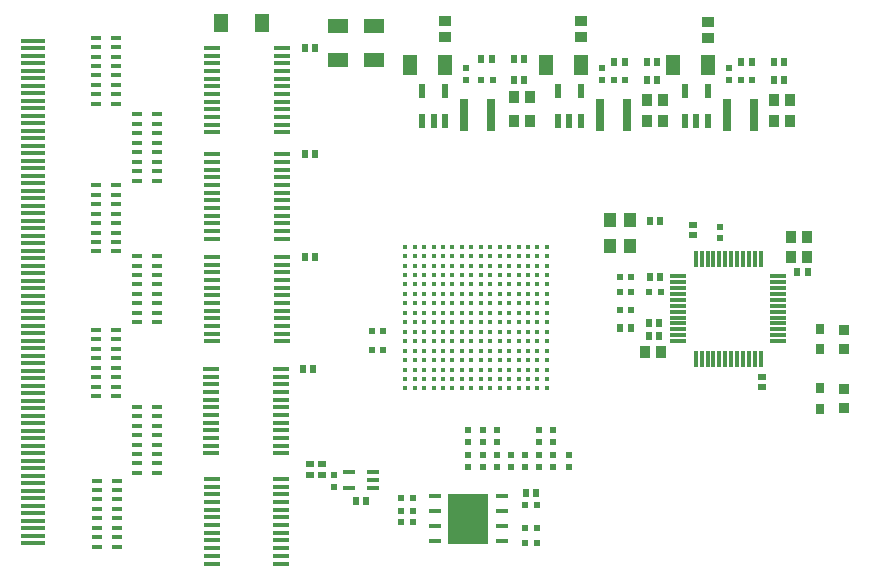
<source format=gtp>
G04*
G04 #@! TF.GenerationSoftware,Altium Limited,Altium Designer,24.4.1 (13)*
G04*
G04 Layer_Color=8421504*
%FSLAX44Y44*%
%MOMM*%
G71*
G04*
G04 #@! TF.SameCoordinates,6542FF27-95F4-46AC-8F84-F2986E28DBEB*
G04*
G04*
G04 #@! TF.FilePolarity,Positive*
G04*
G01*
G75*
%ADD16R,0.5000X0.6000*%
%ADD17R,0.9000X1.0000*%
%ADD18R,1.4750X0.3000*%
%ADD19R,0.3000X1.4750*%
%ADD20R,0.6000X0.6400*%
%ADD21R,0.6000X0.5000*%
%ADD22R,1.4750X0.4500*%
%ADD23R,1.0500X0.4000*%
%ADD24R,0.6400X0.6000*%
%ADD25R,0.9000X0.4500*%
%ADD26R,0.6000X1.1500*%
%ADD27R,0.8000X2.7000*%
%ADD28R,1.0500X0.4500*%
%ADD29R,3.4500X4.3500*%
%ADD30R,1.2500X1.6500*%
%ADD31R,1.0000X0.9000*%
%ADD32C,0.4200*%
%ADD33R,1.8000X1.3000*%
%ADD34R,1.3000X1.8000*%
%ADD35R,0.8000X0.9000*%
%ADD36R,0.9500X0.9000*%
%ADD37R,2.0000X0.3800*%
%ADD38R,1.1000X1.3000*%
D16*
X525000Y296000D02*
D03*
X535000D02*
D03*
X710000Y470000D02*
D03*
X720000D02*
D03*
X710000Y482500D02*
D03*
X720000D02*
D03*
X710000Y455000D02*
D03*
X720000D02*
D03*
X510000Y421000D02*
D03*
X500000D02*
D03*
X640000Y290000D02*
D03*
X630000D02*
D03*
X535000Y275000D02*
D03*
X525000D02*
D03*
X630000Y258000D02*
D03*
X640000D02*
D03*
X535000Y285000D02*
D03*
X525000D02*
D03*
X735000Y470000D02*
D03*
X745000D02*
D03*
X500000Y437500D02*
D03*
X510000D02*
D03*
X630000Y270000D02*
D03*
X640000D02*
D03*
X812500Y650000D02*
D03*
X822500D02*
D03*
X705000D02*
D03*
X715000D02*
D03*
X592500D02*
D03*
X602500D02*
D03*
D17*
X744750Y419000D02*
D03*
X731250D02*
D03*
X854250Y615000D02*
D03*
X840750D02*
D03*
X634250Y635000D02*
D03*
X620750D02*
D03*
X854250Y632500D02*
D03*
X840750D02*
D03*
X733250Y615000D02*
D03*
X746750D02*
D03*
X868750Y500000D02*
D03*
X855250D02*
D03*
X868750Y517000D02*
D03*
X855250D02*
D03*
X733250Y632500D02*
D03*
X746750D02*
D03*
X634250Y615000D02*
D03*
X620750D02*
D03*
D18*
X759620Y483500D02*
D03*
Y478500D02*
D03*
Y473500D02*
D03*
Y468500D02*
D03*
Y463500D02*
D03*
Y458500D02*
D03*
Y453500D02*
D03*
Y448500D02*
D03*
Y443500D02*
D03*
Y438500D02*
D03*
Y433500D02*
D03*
Y428500D02*
D03*
X844380D02*
D03*
Y433500D02*
D03*
Y438500D02*
D03*
Y443500D02*
D03*
Y448500D02*
D03*
Y453500D02*
D03*
Y458500D02*
D03*
Y463500D02*
D03*
Y468500D02*
D03*
Y473500D02*
D03*
Y478500D02*
D03*
Y483500D02*
D03*
D19*
X774500Y413620D02*
D03*
X779500D02*
D03*
X784500D02*
D03*
X789500D02*
D03*
X794500D02*
D03*
X799500D02*
D03*
X804500D02*
D03*
X809500D02*
D03*
X814500D02*
D03*
X819500D02*
D03*
X824500D02*
D03*
X829500D02*
D03*
Y498380D02*
D03*
X824500D02*
D03*
X819500D02*
D03*
X814500D02*
D03*
X809500D02*
D03*
X804500D02*
D03*
X799500D02*
D03*
X794500D02*
D03*
X789500D02*
D03*
X784500D02*
D03*
X779500D02*
D03*
X774500D02*
D03*
D20*
X495400Y293000D02*
D03*
X486600D02*
D03*
X719400Y440000D02*
D03*
X710600D02*
D03*
X639400Y300000D02*
D03*
X630600D02*
D03*
X593100Y667500D02*
D03*
X601900D02*
D03*
X620600Y650000D02*
D03*
X629400D02*
D03*
Y667500D02*
D03*
X620600D02*
D03*
X734600Y444000D02*
D03*
X743400D02*
D03*
X452400Y500000D02*
D03*
X443600D02*
D03*
X450400Y405000D02*
D03*
X441600D02*
D03*
X714400Y665000D02*
D03*
X705600D02*
D03*
X744400Y530000D02*
D03*
X735600D02*
D03*
X741900Y665000D02*
D03*
X733100D02*
D03*
X741900Y650000D02*
D03*
X733100D02*
D03*
X743400Y433000D02*
D03*
X734600D02*
D03*
X840600Y665000D02*
D03*
X849400D02*
D03*
X840600Y650000D02*
D03*
X849400D02*
D03*
X821900Y665000D02*
D03*
X813100D02*
D03*
X860600Y487000D02*
D03*
X869400D02*
D03*
X744400Y482500D02*
D03*
X735600D02*
D03*
X443600Y587000D02*
D03*
X452400D02*
D03*
X443600Y677000D02*
D03*
X452400D02*
D03*
D21*
X468000Y305000D02*
D03*
Y315000D02*
D03*
X695000Y660000D02*
D03*
Y650000D02*
D03*
X802500Y660000D02*
D03*
Y650000D02*
D03*
X642000Y332000D02*
D03*
Y322000D02*
D03*
X618000D02*
D03*
Y332000D02*
D03*
X630000Y322000D02*
D03*
Y332000D02*
D03*
X606000D02*
D03*
Y322000D02*
D03*
X594000Y332000D02*
D03*
Y322000D02*
D03*
X582000Y332000D02*
D03*
Y322000D02*
D03*
X594000Y343000D02*
D03*
Y353000D02*
D03*
X582000D02*
D03*
Y343000D02*
D03*
X606000Y353000D02*
D03*
Y343000D02*
D03*
X642000Y353000D02*
D03*
Y343000D02*
D03*
X654000Y353000D02*
D03*
Y343000D02*
D03*
Y332000D02*
D03*
Y322000D02*
D03*
X667000D02*
D03*
Y332000D02*
D03*
X795000Y515500D02*
D03*
Y525500D02*
D03*
X580000Y650000D02*
D03*
Y660000D02*
D03*
D22*
X423380Y311750D02*
D03*
Y305250D02*
D03*
Y298750D02*
D03*
Y292250D02*
D03*
Y285750D02*
D03*
Y279250D02*
D03*
Y272750D02*
D03*
Y266250D02*
D03*
Y259750D02*
D03*
Y253250D02*
D03*
Y246750D02*
D03*
Y240250D02*
D03*
X364620D02*
D03*
Y246750D02*
D03*
Y253250D02*
D03*
Y259750D02*
D03*
Y266250D02*
D03*
Y272750D02*
D03*
Y279250D02*
D03*
Y285750D02*
D03*
Y292250D02*
D03*
Y298750D02*
D03*
Y305250D02*
D03*
Y311750D02*
D03*
X423000Y405000D02*
D03*
Y398500D02*
D03*
Y392000D02*
D03*
Y385500D02*
D03*
Y379000D02*
D03*
Y372500D02*
D03*
Y366000D02*
D03*
Y359500D02*
D03*
Y353000D02*
D03*
Y346500D02*
D03*
Y340000D02*
D03*
Y333500D02*
D03*
X364240D02*
D03*
Y340000D02*
D03*
Y346500D02*
D03*
Y353000D02*
D03*
Y359500D02*
D03*
Y366000D02*
D03*
Y372500D02*
D03*
Y379000D02*
D03*
Y385500D02*
D03*
Y392000D02*
D03*
Y398500D02*
D03*
Y405000D02*
D03*
X423880Y676750D02*
D03*
Y670250D02*
D03*
Y663750D02*
D03*
Y657250D02*
D03*
Y650750D02*
D03*
Y644250D02*
D03*
Y637750D02*
D03*
Y631250D02*
D03*
Y624750D02*
D03*
Y618250D02*
D03*
Y611750D02*
D03*
Y605250D02*
D03*
X365120D02*
D03*
Y611750D02*
D03*
Y618250D02*
D03*
Y624750D02*
D03*
Y631250D02*
D03*
Y637750D02*
D03*
Y644250D02*
D03*
Y650750D02*
D03*
Y657250D02*
D03*
Y663750D02*
D03*
Y670250D02*
D03*
Y676750D02*
D03*
X423880Y499750D02*
D03*
Y493250D02*
D03*
Y486750D02*
D03*
Y480250D02*
D03*
Y473750D02*
D03*
Y467250D02*
D03*
Y460750D02*
D03*
Y454250D02*
D03*
Y447750D02*
D03*
Y441250D02*
D03*
Y434750D02*
D03*
Y428250D02*
D03*
X365120D02*
D03*
Y434750D02*
D03*
Y441250D02*
D03*
Y447750D02*
D03*
Y454250D02*
D03*
Y460750D02*
D03*
Y467250D02*
D03*
Y473750D02*
D03*
Y480250D02*
D03*
Y486750D02*
D03*
Y493250D02*
D03*
Y499750D02*
D03*
X365120Y586750D02*
D03*
Y580250D02*
D03*
Y573750D02*
D03*
Y567250D02*
D03*
Y560750D02*
D03*
Y554250D02*
D03*
Y547750D02*
D03*
Y541250D02*
D03*
Y534750D02*
D03*
Y528250D02*
D03*
Y521750D02*
D03*
Y515250D02*
D03*
X423880D02*
D03*
Y521750D02*
D03*
Y528250D02*
D03*
Y534750D02*
D03*
Y541250D02*
D03*
Y547750D02*
D03*
Y554250D02*
D03*
Y560750D02*
D03*
Y567250D02*
D03*
Y573750D02*
D03*
Y580250D02*
D03*
Y586750D02*
D03*
D23*
X501000Y304500D02*
D03*
Y311000D02*
D03*
Y317500D02*
D03*
X481000D02*
D03*
Y304500D02*
D03*
D24*
X458000Y315600D02*
D03*
Y324400D02*
D03*
X448000Y324400D02*
D03*
Y315600D02*
D03*
X772500Y518100D02*
D03*
Y526900D02*
D03*
X831000Y398400D02*
D03*
Y389600D02*
D03*
D25*
X301500Y444500D02*
D03*
Y452500D02*
D03*
Y468500D02*
D03*
Y460500D02*
D03*
Y484500D02*
D03*
Y500500D02*
D03*
Y492500D02*
D03*
Y476500D02*
D03*
X318500D02*
D03*
Y492500D02*
D03*
Y500500D02*
D03*
Y484500D02*
D03*
Y460500D02*
D03*
Y468500D02*
D03*
Y452500D02*
D03*
Y444500D02*
D03*
X266500Y382000D02*
D03*
Y390000D02*
D03*
Y406000D02*
D03*
Y398000D02*
D03*
Y422000D02*
D03*
Y438000D02*
D03*
Y430000D02*
D03*
Y414000D02*
D03*
X283500D02*
D03*
Y430000D02*
D03*
Y438000D02*
D03*
Y422000D02*
D03*
Y398000D02*
D03*
Y406000D02*
D03*
Y390000D02*
D03*
Y382000D02*
D03*
X301500Y317000D02*
D03*
Y325000D02*
D03*
Y341000D02*
D03*
Y333000D02*
D03*
Y357000D02*
D03*
Y373000D02*
D03*
Y365000D02*
D03*
Y349000D02*
D03*
X318500D02*
D03*
Y365000D02*
D03*
Y373000D02*
D03*
Y357000D02*
D03*
Y333000D02*
D03*
Y341000D02*
D03*
Y325000D02*
D03*
Y317000D02*
D03*
X301500Y564500D02*
D03*
Y572500D02*
D03*
Y588500D02*
D03*
Y580500D02*
D03*
Y604500D02*
D03*
Y620500D02*
D03*
Y612500D02*
D03*
Y596500D02*
D03*
X318500D02*
D03*
Y612500D02*
D03*
Y620500D02*
D03*
Y604500D02*
D03*
Y580500D02*
D03*
Y588500D02*
D03*
Y572500D02*
D03*
Y564500D02*
D03*
X284500Y254500D02*
D03*
Y262500D02*
D03*
Y278500D02*
D03*
Y270500D02*
D03*
Y294500D02*
D03*
Y310500D02*
D03*
Y302500D02*
D03*
Y286500D02*
D03*
X267500D02*
D03*
Y302500D02*
D03*
Y310500D02*
D03*
Y294500D02*
D03*
Y270500D02*
D03*
Y278500D02*
D03*
Y262500D02*
D03*
Y254500D02*
D03*
X283500Y504500D02*
D03*
Y512500D02*
D03*
Y528500D02*
D03*
Y520500D02*
D03*
Y544500D02*
D03*
Y560500D02*
D03*
Y552500D02*
D03*
Y536500D02*
D03*
X266500D02*
D03*
Y552500D02*
D03*
Y560500D02*
D03*
Y544500D02*
D03*
Y520500D02*
D03*
Y528500D02*
D03*
Y512500D02*
D03*
Y504500D02*
D03*
X283500Y629500D02*
D03*
Y637500D02*
D03*
Y653500D02*
D03*
Y645500D02*
D03*
Y669500D02*
D03*
Y685500D02*
D03*
Y677500D02*
D03*
Y661500D02*
D03*
X266500D02*
D03*
Y677500D02*
D03*
Y685500D02*
D03*
Y669500D02*
D03*
Y645500D02*
D03*
Y653500D02*
D03*
Y637500D02*
D03*
Y629500D02*
D03*
D26*
X543000Y640500D02*
D03*
X562000D02*
D03*
Y614500D02*
D03*
X552500D02*
D03*
X543000D02*
D03*
X658000Y640500D02*
D03*
X677000D02*
D03*
Y614500D02*
D03*
X667500D02*
D03*
X658000D02*
D03*
X765500Y640500D02*
D03*
X784500D02*
D03*
Y614500D02*
D03*
X775000D02*
D03*
X765500D02*
D03*
D27*
X824000Y620000D02*
D03*
X801000D02*
D03*
X693500D02*
D03*
X716500D02*
D03*
X578500D02*
D03*
X601500D02*
D03*
D28*
X553500Y297050D02*
D03*
Y284350D02*
D03*
Y271650D02*
D03*
Y258950D02*
D03*
X610500D02*
D03*
Y271650D02*
D03*
Y284350D02*
D03*
Y297050D02*
D03*
D29*
X582000Y278000D02*
D03*
D30*
X372750Y697500D02*
D03*
X407250D02*
D03*
D31*
X677500Y699250D02*
D03*
Y685750D02*
D03*
X785000Y685000D02*
D03*
Y698500D02*
D03*
X562500Y685750D02*
D03*
Y699250D02*
D03*
D32*
X528500Y508500D02*
D03*
X536500D02*
D03*
X544500D02*
D03*
X552500D02*
D03*
X560500D02*
D03*
X568500D02*
D03*
X576500D02*
D03*
X584500D02*
D03*
X592500D02*
D03*
X600500D02*
D03*
X608500D02*
D03*
X616500D02*
D03*
X624500D02*
D03*
X632500D02*
D03*
X640500D02*
D03*
X648500D02*
D03*
X528500Y500500D02*
D03*
X536500D02*
D03*
X544500D02*
D03*
X552500D02*
D03*
X560500D02*
D03*
X568500D02*
D03*
X576500D02*
D03*
X584500D02*
D03*
X592500D02*
D03*
X600500D02*
D03*
X608500D02*
D03*
X616500D02*
D03*
X624500D02*
D03*
X632500D02*
D03*
X640500D02*
D03*
X648500D02*
D03*
X528500Y492500D02*
D03*
X536500D02*
D03*
X544500D02*
D03*
X552500D02*
D03*
X560500D02*
D03*
X568500D02*
D03*
X576500D02*
D03*
X584500D02*
D03*
X592500D02*
D03*
X600500D02*
D03*
X608500D02*
D03*
X616500D02*
D03*
X624500D02*
D03*
X632500D02*
D03*
X640500D02*
D03*
X648500D02*
D03*
X528500Y484500D02*
D03*
X536500D02*
D03*
X544500D02*
D03*
X552500D02*
D03*
X560500D02*
D03*
X568500D02*
D03*
X576500D02*
D03*
X584500D02*
D03*
X592500D02*
D03*
X600500D02*
D03*
X608500D02*
D03*
X616500D02*
D03*
X624500D02*
D03*
X632500D02*
D03*
X640500D02*
D03*
X648500D02*
D03*
X528500Y476500D02*
D03*
X536500D02*
D03*
X544500D02*
D03*
X552500D02*
D03*
X560500D02*
D03*
X568500D02*
D03*
X576500D02*
D03*
X584500D02*
D03*
X592500D02*
D03*
X600500D02*
D03*
X608500D02*
D03*
X616500D02*
D03*
X624500D02*
D03*
X632500D02*
D03*
X640500D02*
D03*
X648500D02*
D03*
X528500Y468500D02*
D03*
X536500D02*
D03*
X544500D02*
D03*
X552500D02*
D03*
X560500D02*
D03*
X568500D02*
D03*
X576500D02*
D03*
X584500D02*
D03*
X592500D02*
D03*
X600500D02*
D03*
X608500D02*
D03*
X616500D02*
D03*
X624500D02*
D03*
X632500D02*
D03*
X640500D02*
D03*
X648500D02*
D03*
X528500Y460500D02*
D03*
X536500D02*
D03*
X544500D02*
D03*
X552500D02*
D03*
X560500D02*
D03*
X568500D02*
D03*
X576500D02*
D03*
X584500D02*
D03*
X592500D02*
D03*
X600500D02*
D03*
X608500D02*
D03*
X616500D02*
D03*
X624500D02*
D03*
X632500D02*
D03*
X640500D02*
D03*
X648500D02*
D03*
X528500Y452500D02*
D03*
X536500D02*
D03*
X544500D02*
D03*
X552500D02*
D03*
X560500D02*
D03*
X568500D02*
D03*
X576500D02*
D03*
X584500D02*
D03*
X592500D02*
D03*
X600500D02*
D03*
X608500D02*
D03*
X616500D02*
D03*
X624500D02*
D03*
X632500D02*
D03*
X640500D02*
D03*
X648500D02*
D03*
X528500Y444500D02*
D03*
X536500D02*
D03*
X544500D02*
D03*
X552500D02*
D03*
X560500D02*
D03*
X568500D02*
D03*
X576500D02*
D03*
X584500D02*
D03*
X592500D02*
D03*
X600500D02*
D03*
X608500D02*
D03*
X616500D02*
D03*
X624500D02*
D03*
X632500D02*
D03*
X640500D02*
D03*
X648500D02*
D03*
X528500Y436500D02*
D03*
X536500D02*
D03*
X544500D02*
D03*
X552500D02*
D03*
X560500D02*
D03*
X568500D02*
D03*
X576500D02*
D03*
X584500D02*
D03*
X592500D02*
D03*
X600500D02*
D03*
X608500D02*
D03*
X616500D02*
D03*
X624500D02*
D03*
X632500D02*
D03*
X640500D02*
D03*
X648500D02*
D03*
X528500Y428500D02*
D03*
X536500D02*
D03*
X544500D02*
D03*
X552500D02*
D03*
X560500D02*
D03*
X568500D02*
D03*
X576500D02*
D03*
X584500D02*
D03*
X592500D02*
D03*
X600500D02*
D03*
X608500D02*
D03*
X616500D02*
D03*
X624500D02*
D03*
X632500D02*
D03*
X640500D02*
D03*
X648500D02*
D03*
X528500Y420500D02*
D03*
X536500D02*
D03*
X544500D02*
D03*
X552500D02*
D03*
X560500D02*
D03*
X568500D02*
D03*
X576500D02*
D03*
X584500D02*
D03*
X592500D02*
D03*
X600500D02*
D03*
X608500D02*
D03*
X616500D02*
D03*
X624500D02*
D03*
X632500D02*
D03*
X640500D02*
D03*
X648500D02*
D03*
X528500Y412500D02*
D03*
X536500D02*
D03*
X544500D02*
D03*
X552500D02*
D03*
X560500D02*
D03*
X568500D02*
D03*
X576500D02*
D03*
X584500D02*
D03*
X592500D02*
D03*
X600500D02*
D03*
X608500D02*
D03*
X616500D02*
D03*
X624500D02*
D03*
X632500D02*
D03*
X640500D02*
D03*
X648500D02*
D03*
X528500Y404500D02*
D03*
X536500D02*
D03*
X544500D02*
D03*
X552500D02*
D03*
X560500D02*
D03*
X568500D02*
D03*
X576500D02*
D03*
X584500D02*
D03*
X592500D02*
D03*
X600500D02*
D03*
X608500D02*
D03*
X616500D02*
D03*
X624500D02*
D03*
X632500D02*
D03*
X640500D02*
D03*
X648500D02*
D03*
X528500Y396500D02*
D03*
X536500D02*
D03*
X544500D02*
D03*
X552500D02*
D03*
X560500D02*
D03*
X568500D02*
D03*
X576500D02*
D03*
X584500D02*
D03*
X592500D02*
D03*
X600500D02*
D03*
X608500D02*
D03*
X616500D02*
D03*
X624500D02*
D03*
X632500D02*
D03*
X640500D02*
D03*
X648500D02*
D03*
X528500Y388500D02*
D03*
X536500D02*
D03*
X544500D02*
D03*
X552500D02*
D03*
X560500D02*
D03*
X568500D02*
D03*
X576500D02*
D03*
X584500D02*
D03*
X592500D02*
D03*
X600500D02*
D03*
X608500D02*
D03*
X616500D02*
D03*
X624500D02*
D03*
X632500D02*
D03*
X640500D02*
D03*
X648500D02*
D03*
D33*
X502000Y695500D02*
D03*
Y666500D02*
D03*
X472000Y695500D02*
D03*
Y666500D02*
D03*
D34*
X755500Y662500D02*
D03*
X784500D02*
D03*
X648000D02*
D03*
X677000D02*
D03*
X533000D02*
D03*
X562000D02*
D03*
D35*
X880000Y371500D02*
D03*
Y388500D02*
D03*
Y421500D02*
D03*
Y438500D02*
D03*
D36*
X900000Y372000D02*
D03*
Y388000D02*
D03*
Y422000D02*
D03*
Y438000D02*
D03*
D37*
X213000Y644625D02*
D03*
Y638275D02*
D03*
Y631925D02*
D03*
Y625575D02*
D03*
Y682725D02*
D03*
Y670025D02*
D03*
Y657325D02*
D03*
Y619225D02*
D03*
Y606525D02*
D03*
Y593825D02*
D03*
Y581125D02*
D03*
Y568425D02*
D03*
Y555725D02*
D03*
Y543025D02*
D03*
Y530325D02*
D03*
Y517625D02*
D03*
Y504925D02*
D03*
Y492225D02*
D03*
Y479525D02*
D03*
Y466825D02*
D03*
Y454125D02*
D03*
Y441425D02*
D03*
Y428725D02*
D03*
Y416025D02*
D03*
Y403325D02*
D03*
Y390625D02*
D03*
Y377925D02*
D03*
Y365225D02*
D03*
Y352525D02*
D03*
Y339825D02*
D03*
Y327125D02*
D03*
Y314425D02*
D03*
Y301725D02*
D03*
Y289025D02*
D03*
Y276325D02*
D03*
Y263625D02*
D03*
Y676375D02*
D03*
Y663675D02*
D03*
Y650975D02*
D03*
Y612875D02*
D03*
Y600175D02*
D03*
Y587475D02*
D03*
Y574775D02*
D03*
Y562075D02*
D03*
Y549375D02*
D03*
Y536675D02*
D03*
Y523975D02*
D03*
Y511275D02*
D03*
Y498575D02*
D03*
Y485875D02*
D03*
Y473175D02*
D03*
Y460475D02*
D03*
Y447775D02*
D03*
Y435075D02*
D03*
Y422375D02*
D03*
Y409675D02*
D03*
Y396975D02*
D03*
Y384275D02*
D03*
Y371575D02*
D03*
Y358875D02*
D03*
Y346175D02*
D03*
Y333475D02*
D03*
Y320775D02*
D03*
Y308075D02*
D03*
Y295375D02*
D03*
Y282675D02*
D03*
Y269975D02*
D03*
Y257275D02*
D03*
D38*
X701500Y531000D02*
D03*
X718500D02*
D03*
X701500Y509000D02*
D03*
X718500D02*
D03*
M02*

</source>
